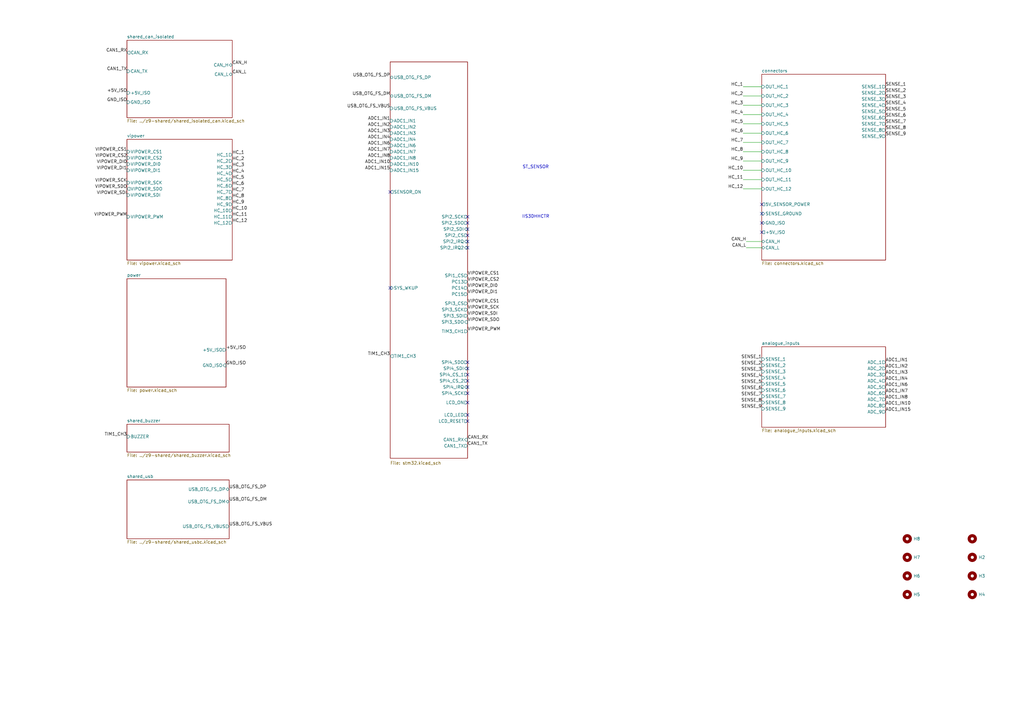
<source format=kicad_sch>
(kicad_sch (version 20250114) (generator "eeschema") (generator_version "9.0")
  (paper "A3")
  (title_block (title "l8") (date "2024-05-30") (company "DNT"))
  (lib_symbols
    (symbol "dnt_global:MountingHole_-_4MM" (pin_names (offset 1.016)) (exclude_from_sim yes) (in_bom no)
      (property "Reference" "H" (at 0 5.08 0))
      (property "Value" "MountingHole_-_4MM" (at 0 3.175 0))
      (symbol "MountingHole_-_4MM_0_1"
        (circle (center 0 0) (radius 1.27) (stroke (width 1.27)))
      )
    )
  )
  (text "ST_SENSOR" (at 219.71 68.58 0) (effects (font (size 1.27 1.27))))
  (text "IIS3DHHCTR" (at 219.71 88.9 0) (effects (font (size 1.27 1.27))))
  (no_connect (at 312.42 83.82))
  (no_connect (at 191.77 158.75))
  (no_connect (at 191.77 91.44))
  (no_connect (at 191.77 99.06))
  (no_connect (at 312.42 91.44))
  (no_connect (at 191.77 96.52))
  (no_connect (at 312.42 87.63))
  (no_connect (at 191.77 88.9))
  (no_connect (at 191.77 101.6))
  (no_connect (at 191.77 170.18))
  (no_connect (at 191.77 151.13))
  (no_connect (at 160.02 78.74))
  (no_connect (at 191.77 165.1))
  (no_connect (at 191.77 156.21))
  (no_connect (at 191.77 148.59))
  (no_connect (at 191.77 161.29))
  (no_connect (at 191.77 153.67))
  (no_connect (at 160.02 118.11))
  (no_connect (at 312.42 95.25))
  (no_connect (at 191.77 172.72))
  (no_connect (at 191.77 93.98))
  (wire (pts (xy 304.8 62.23) (xy 312.42 62.23)))
  (wire (pts (xy 304.8 43.18) (xy 312.42 43.18)))
  (wire (pts (xy 304.8 39.37) (xy 312.42 39.37)))
  (wire (pts (xy 304.8 35.56) (xy 312.42 35.56)))
  (wire (pts (xy 304.8 46.99) (xy 312.42 46.99)))
  (wire (pts (xy 304.8 66.04) (xy 312.42 66.04)))
  (wire (pts (xy 304.8 50.8) (xy 312.42 50.8)))
  (wire (pts (xy 304.8 73.66) (xy 312.42 73.66)))
  (wire (pts (xy 304.8 69.85) (xy 312.42 69.85)))
  (wire (pts (xy 306.07 101.6) (xy 312.42 101.6)))
  (wire (pts (xy 304.8 58.42) (xy 312.42 58.42)))
  (wire (pts (xy 304.8 77.47) (xy 312.42 77.47)))
  (wire (pts (xy 306.07 99.06) (xy 312.42 99.06)))
  (wire (pts (xy 304.8 54.61) (xy 312.42 54.61)))
  (label "CAN_L" (at 306.07 101.6 180))
  (label "USB_OTG_FS_VBUS" (at 93.98 215.9 0))
  (label "ADC1_IN3" (at 160.02 54.61 180))
  (label "HC_3" (at 95.25 68.58 0))
  (label "SENSE_1" (at 363.22 35.56 0))
  (label "SENSE_8" (at 312.42 165.1 180))
  (label "+5V_ISO" (at 92.71 143.51 0))
  (label "ADC1_IN2" (at 160.02 52.07 180))
  (label "HC_12" (at 95.25 91.44 0))
  (label "HC_5" (at 304.8 50.8 180))
  (label "HC_4" (at 304.8 46.99 180))
  (label "HC_6" (at 95.25 76.2 0))
  (label "HC_1" (at 95.25 63.5 0))
  (label "VIPOWER_PWM" (at 52.07 88.9 180))
  (label "HC_12" (at 304.8 77.47 180))
  (label "USB_OTG_FS_DP" (at 160.02 31.75 180))
  (label "VIPOWER_DI1" (at 52.07 69.85 180))
  (label "VIPOWER_SDO" (at 52.07 77.47 180))
  (label "VIPOWER_CS1" (at 191.77 113.03 0))
  (label "ADC1_IN8" (at 363.22 163.83 0))
  (label "ADC1_IN4" (at 363.22 156.21 0))
  (label "SENSE_7" (at 363.22 50.8 0))
  (label "VIPOWER_DI1" (at 191.77 120.65 0))
  (label "SENSE_6" (at 363.22 48.26 0))
  (label "CAN_H" (at 95.25 26.67 0))
  (label "HC_3" (at 304.8 43.18 180))
  (label "USB_OTG_FS_DP" (at 93.98 200.66 0))
  (label "VIPOWER_SDI" (at 52.07 80.01 180))
  (label "GND_ISO" (at 92.71 149.86 0))
  (label "ADC1_IN1" (at 160.02 49.53 180))
  (label "USB_OTG_FS_VBUS" (at 160.02 44.45 180))
  (label "ADC1_IN10" (at 160.02 67.31 180))
  (label "SENSE_2" (at 312.42 149.86 180))
  (label "VIPOWER_DI0" (at 191.77 118.11 0))
  (label "VIPOWER_SCK" (at 52.07 74.93 180))
  (label "SENSE_7" (at 312.42 162.56 180))
  (label "ADC1_IN7" (at 363.22 161.29 0))
  (label "SENSE_3" (at 312.42 152.4 180))
  (label "HC_9" (at 304.8 66.04 180))
  (label "ADC1_IN1" (at 363.22 148.59 0))
  (label "CAN1_TX" (at 52.07 29.21 180))
  (label "HC_7" (at 304.8 58.42 180))
  (label "ADC1_IN4" (at 160.02 57.15 180))
  (label "USB_OTG_FS_DM" (at 160.02 39.37 180))
  (label "TIM1_CH3" (at 160.02 146.05 180))
  (label "ADC1_IN15" (at 363.22 168.91 0))
  (label "CAN1_RX" (at 191.77 180.34 0))
  (label "USB_OTG_FS_DM" (at 93.98 205.74 0))
  (label "SENSE_5" (at 363.22 45.72 0))
  (label "HC_11" (at 95.25 88.9 0))
  (label "HC_8" (at 95.25 81.28 0))
  (label "HC_4" (at 95.25 71.12 0))
  (label "SENSE_9" (at 363.22 55.88 0))
  (label "HC_9" (at 95.25 83.82 0))
  (label "CAN1_TX" (at 191.77 182.88 0))
  (label "SENSE_6" (at 312.42 160.02 180))
  (label "HC_1" (at 304.8 35.56 180))
  (label "SENSE_5" (at 312.42 157.48 180))
  (label "SENSE_3" (at 363.22 40.64 0))
  (label "VIPOWER_SDO" (at 191.77 132.08 0))
  (label "+5V_ISO" (at 52.07 38.1 180))
  (label "VIPOWER_SCK" (at 191.77 127 0))
  (label "ADC1_IN15" (at 160.02 69.85 180))
  (label "SENSE_9" (at 312.42 167.64 180))
  (label "CAN1_RX" (at 52.07 21.59 180))
  (label "ADC1_IN6" (at 363.22 158.75 0))
  (label "VIPOWER_CS1" (at 191.77 124.46 0))
  (label "HC_2" (at 304.8 39.37 180))
  (label "VIPOWER_CS2" (at 52.07 64.77 180))
  (label "ADC1_IN2" (at 363.22 151.13 0))
  (label "HC_11" (at 304.8 73.66 180))
  (label "HC_6" (at 304.8 54.61 180))
  (label "SENSE_8" (at 363.22 53.34 0))
  (label "VIPOWER_DI0" (at 52.07 67.31 180))
  (label "VIPOWER_PWM" (at 191.77 135.89 0))
  (label "GND_ISO" (at 52.07 41.91 180))
  (label "HC_10" (at 304.8 69.85 180))
  (label "ADC1_IN8" (at 160.02 64.77 180))
  (label "ADC1_IN6" (at 160.02 59.69 180))
  (label "SENSE_1" (at 312.42 147.32 180))
  (label "HC_8" (at 304.8 62.23 180))
  (label "SENSE_4" (at 363.22 43.18 0))
  (label "HC_10" (at 95.25 86.36 0))
  (label "VIPOWER_CS1" (at 52.07 62.23 180))
  (label "ADC1_IN7" (at 160.02 62.23 180))
  (label "HC_2" (at 95.25 66.04 0))
  (label "VIPOWER_SDI" (at 191.77 129.54 0))
  (label "CAN_L" (at 95.25 30.48 0))
  (label "TIM1_CH3" (at 52.07 179.07 180))
  (label "ADC1_IN3" (at 363.22 153.67 0))
  (label "HC_7" (at 95.25 78.74 0))
  (label "SENSE_2" (at 363.22 38.1 0))
  (label "VIPOWER_CS2" (at 191.77 115.57 0))
  (label "SENSE_4" (at 312.42 154.94 180))
  (label "ADC1_IN10" (at 363.22 166.37 0))
  (label "CAN_H" (at 306.07 99.06 180))
  (label "HC_5" (at 95.25 73.66 0))
  (symbol (lib_id "dnt_global:MountingHole_-_4MM") (at 398.78 228.6 0) (unit 1) (exclude_from_sim yes) (in_bom no)
    (property "Reference" "H2" (at 401.32 228.5999 0) (effects (justify left)))
    (property "Value" "MountingHole_-_4MM" (effects (hide yes)))
    (property "Footprint" "MountingHole:MountingHole_4.3mm_M4_DIN965" (effects (hide yes)))
    (property "Description" "Mounting Hole without connection" (effects (hide yes)))
  )
  (symbol (lib_id "dnt_global:MountingHole_-_4MM") (at 372.11 236.22 0) (unit 1) (exclude_from_sim yes) (in_bom no)
    (property "Reference" "H6" (at 374.65 236.2199 0) (effects (justify left)))
    (property "Value" "MountingHole_-_4MM" (effects (hide yes)))
    (property "Footprint" "MountingHole:MountingHole_4.3mm_M4_DIN965" (effects (hide yes)))
    (property "Description" "Mounting Hole without connection" (effects (hide yes)))
  )
  (symbol (lib_id "dnt_global:MountingHole_-_4MM") (at 372.11 243.84 0) (unit 1) (exclude_from_sim yes) (in_bom no)
    (property "Reference" "H5" (at 374.65 243.8399 0) (effects (justify left)))
    (property "Value" "MountingHole_-_4MM" (effects (hide yes)))
    (property "Footprint" "MountingHole:MountingHole_4.3mm_M4_DIN965" (effects (hide yes)))
    (property "Description" "Mounting Hole without connection" (effects (hide yes)))
  )
  (symbol (lib_id "dnt_global:MountingHole_-_4MM") (at 398.78 236.22 0) (unit 1) (exclude_from_sim yes) (in_bom no)
    (property "Reference" "H3" (at 401.32 236.2199 0) (effects (justify left)))
    (property "Value" "MountingHole_-_4MM" (effects (hide yes)))
    (property "Footprint" "MountingHole:MountingHole_4.3mm_M4_DIN965" (effects (hide yes)))
    (property "Description" "Mounting Hole without connection" (effects (hide yes)))
  )
  (symbol (lib_id "dnt_global:MountingHole_-_4MM") (at 398.78 220.98 0) (unit 1) (exclude_from_sim yes) (in_bom no)
    (property "Reference" "H1" (effects (hide yes)))
    (property "Value" "MountingHole_-_4MM" (effects (hide yes)))
    (property "Footprint" "MountingHole:MountingHole_4.3mm_M4_DIN965" (effects (hide yes)))
    (property "Description" "Mounting Hole without connection" (effects (hide yes)))
  )
  (symbol (lib_id "dnt_global:MountingHole_-_4MM") (at 398.78 243.84 0) (unit 1) (exclude_from_sim yes) (in_bom no)
    (property "Reference" "H4" (at 401.32 243.8399 0) (effects (justify left)))
    (property "Value" "MountingHole_-_4MM" (effects (hide yes)))
    (property "Footprint" "MountingHole:MountingHole_4.3mm_M4_DIN965" (effects (hide yes)))
    (property "Description" "Mounting Hole without connection" (effects (hide yes)))
  )
  (symbol (lib_id "dnt_global:MountingHole_-_4MM") (at 372.11 220.98 0) (unit 1) (exclude_from_sim yes) (in_bom no)
    (property "Reference" "H8" (at 374.65 220.9799 0) (effects (justify left)))
    (property "Value" "MountingHole_-_4MM" (effects (hide yes)))
    (property "Footprint" "MountingHole:MountingHole_4.3mm_M4_DIN965" (effects (hide yes)))
    (property "Description" "Mounting Hole without connection" (effects (hide yes)))
  )
  (symbol (lib_id "dnt_global:MountingHole_-_4MM") (at 372.11 228.6 0) (unit 1) (exclude_from_sim yes) (in_bom no)
    (property "Reference" "H7" (at 374.65 228.5999 0) (effects (justify left)))
    (property "Value" "MountingHole_-_4MM" (effects (hide yes)))
    (property "Footprint" "MountingHole:MountingHole_4.3mm_M4_DIN965" (effects (hide yes)))
    (property "Description" "Mounting Hole without connection" (effects (hide yes)))
  )
  (sheet (at 160.02 25.4) (size 31.75 162.56)
    (property "Sheetname" "MCU" (effects (hide yes)))
    (property "Sheetfile" "stm32.kicad_sch" (at 160.02 189.1796 0) (effects (justify left top)))
    (pin "SPI2_SDO" output (at 191.77 91.44 0))
    (pin "SPI2_SDI" input (at 191.77 93.98 0))
    (pin "SPI2_SCK" output (at 191.77 88.9 0))
    (pin "SPI2_CS" output (at 191.77 96.52 0))
    (pin "LCD_ON" output (at 191.77 165.1 0))
    (pin "CAN1_RX" input (at 191.77 180.34 0))
    (pin "CAN1_TX" output (at 191.77 182.88 0))
    (pin "LCD_LED" output (at 191.77 170.18 0))
    (pin "LCD_RESET" output (at 191.77 172.72 0))
    (pin "SPI2_IRQ2" input (at 191.77 101.6 0))
    (pin "SPI2_IRQ" input (at 191.77 99.06 0))
    (pin "USB_OTG_FS_DP" bidirectional (at 160.02 31.75 180))
    (pin "USB_OTG_FS_DM" bidirectional (at 160.02 39.37 180))
    (pin "USB_OTG_FS_VBUS" input (at 160.02 44.45 180))
    (pin "SPI4_CS_1" output (at 191.77 153.67 0))
    (pin "SPI4_CS_2" output (at 191.77 156.21 0))
    (pin "SPI4_IRQ" input (at 191.77 158.75 0))
    (pin "SPI3_CS" output (at 191.77 124.46 0))
    (pin "SPI3_SCK" output (at 191.77 127 0))
    (pin "SPI3_SDI" output (at 191.77 129.54 0))
    (pin "SPI3_SDO" input (at 191.77 132.08 0))
    (pin "ADC1_IN1" input (at 160.02 49.53 180))
    (pin "ADC1_IN4" input (at 160.02 57.15 180))
    (pin "ADC1_IN10" input (at 160.02 67.31 180))
    (pin "ADC1_IN2" input (at 160.02 52.07 180))
    (pin "ADC1_IN3" input (at 160.02 54.61 180))
    (pin "SYS_WKUP" input (at 160.02 118.11 180))
    (pin "ADC1_IN6" input (at 160.02 59.69 180))
    (pin "ADC1_IN7" input (at 160.02 62.23 180))
    (pin "ADC1_IN8" input (at 160.02 64.77 180))
    (pin "ADC1_IN15" input (at 160.02 69.85 180))
    (pin "SENSOR_ON" output (at 160.02 78.74 180))
    (pin "PC13" output (at 191.77 115.57 0))
    (pin "TIM3_CH1" output (at 191.77 135.89 0))
    (pin "PC14" output (at 191.77 118.11 0))
    (pin "PC15" output (at 191.77 120.65 0))
    (pin "SPI1_CS" output (at 191.77 113.03 0))
    (pin "SPI4_SCK" output (at 191.77 161.29 0))
    (pin "SPI4_SDI" input (at 191.77 151.13 0))
    (pin "SPI4_SDO" output (at 191.77 148.59 0))
    (pin "TIM1_CH3" output (at 160.02 146.05 180))
  )
  (sheet (at 52.07 16.51) (size 43.18 31.75) (stroke (width 0.1524))
    (property "Sheetname" "shared_can_isolated" (at 52.07 15.7984 0) (effects (justify left bottom)))
    (property "Sheetfile" "../z9-shared/shared_isolated_can.kicad_sch" (at 52.07 48.8446 0) (effects (justify left top)))
    (pin "+5V_ISO" input (at 52.07 38.1 180))
    (pin "CAN_H" bidirectional (at 95.25 26.67 0))
    (pin "CAN_L" bidirectional (at 95.25 30.48 0))
    (pin "CAN_RX" output (at 52.07 21.59 180))
    (pin "CAN_TX" input (at 52.07 29.21 180))
    (pin "GND_ISO" input (at 52.07 41.91 180))
  )
  (sheet (at 312.42 142.24) (size 50.8 33.02) (stroke (width 0.1524))
    (property "Sheetname" "analogue_inputs" (at 312.42 141.5284 0) (effects (justify left bottom)))
    (property "Sheetfile" "analogue_inputs.kicad_sch" (at 312.42 175.8446 0) (effects (justify left top)))
    (pin "ADC_1" output (at 363.22 148.59 0))
    (pin "ADC_2" output (at 363.22 151.13 0))
    (pin "ADC_3" output (at 363.22 153.67 0))
    (pin "ADC_4" output (at 363.22 156.21 0))
    (pin "ADC_5" output (at 363.22 158.75 0))
    (pin "ADC_6" output (at 363.22 161.29 0))
    (pin "ADC_7" output (at 363.22 163.83 0))
    (pin "ADC_8" output (at 363.22 166.37 0))
    (pin "ADC_9" output (at 363.22 168.91 0))
    (pin "SENSE_1" input (at 312.42 147.32 180))
    (pin "SENSE_2" input (at 312.42 149.86 180))
    (pin "SENSE_3" input (at 312.42 152.4 180))
    (pin "SENSE_4" input (at 312.42 154.94 180))
    (pin "SENSE_5" input (at 312.42 157.48 180))
    (pin "SENSE_6" input (at 312.42 160.02 180))
    (pin "SENSE_7" input (at 312.42 162.56 180))
    (pin "SENSE_8" input (at 312.42 165.1 180))
    (pin "SENSE_9" input (at 312.42 167.64 180))
  )
  (sheet (at 312.42 30.48) (size 50.8 76.2) (stroke (width 0.1524))
    (property "Sheetname" "connectors" (at 312.42 29.7684 0) (effects (justify left bottom)))
    (property "Sheetfile" "connectors.kicad_sch" (at 312.42 107.2646 0) (effects (justify left top)))
    (pin "5V_SENSOR_POWER" output (at 312.42 83.82 180))
    (pin "CAN_H" bidirectional (at 312.42 99.06 180))
    (pin "CAN_L" bidirectional (at 312.42 101.6 180))
    (pin "SENSE_GROUND" input (at 312.42 87.63 180))
    (pin "+5V_ISO" output (at 312.42 95.25 180))
    (pin "GND_ISO" bidirectional (at 312.42 91.44 180))
    (pin "SENSE_1" output (at 363.22 35.56 0))
    (pin "SENSE_2" output (at 363.22 38.1 0))
    (pin "SENSE_3" output (at 363.22 40.64 0))
    (pin "SENSE_4" output (at 363.22 43.18 0))
    (pin "SENSE_5" output (at 363.22 45.72 0))
    (pin "SENSE_6" output (at 363.22 48.26 0))
    (pin "SENSE_7" output (at 363.22 50.8 0))
    (pin "SENSE_8" output (at 363.22 53.34 0))
    (pin "SENSE_9" output (at 363.22 55.88 0))
    (pin "OUT_HC_1" input (at 312.42 35.56 180))
    (pin "OUT_HC_2" input (at 312.42 39.37 180))
    (pin "OUT_HC_3" input (at 312.42 43.18 180))
    (pin "OUT_HC_4" input (at 312.42 46.99 180))
    (pin "OUT_HC_5" input (at 312.42 50.8 180))
    (pin "OUT_HC_6" input (at 312.42 54.61 180))
    (pin "OUT_HC_7" input (at 312.42 58.42 180))
    (pin "OUT_HC_8" input (at 312.42 62.23 180))
    (pin "OUT_HC_9" input (at 312.42 66.04 180))
    (pin "OUT_HC_10" input (at 312.42 69.85 180))
    (pin "OUT_HC_11" input (at 312.42 73.66 180))
    (pin "OUT_HC_12" input (at 312.42 77.47 180))
  )
  (sheet (at 52.07 196.85) (size 41.91 24.13) (stroke (width 0.1524))
    (property "Sheetname" "shared_usb" (at 52.07 196.1384 0) (effects (justify left bottom)))
    (property "Sheetfile" "../z9-shared/shared_usbc.kicad_sch" (at 52.07 221.5646 0) (effects (justify left top)))
    (pin "USB_OTG_FS_DP" bidirectional (at 93.98 200.66 0))
    (pin "USB_OTG_FS_DM" bidirectional (at 93.98 205.74 0))
    (pin "USB_OTG_FS_VBUS" output (at 93.98 215.9 0))
  )
  (sheet (at 52.07 173.99) (size 41.91 11.43) (stroke (width 0.1524))
    (property "Sheetname" "shared_buzzer" (at 52.07 173.2784 0) (effects (justify left bottom)))
    (property "Sheetfile" "../z9-shared/shared_buzzer.kicad_sch" (at 52.07 186.0046 0) (effects (justify left top)))
    (pin "BUZZER" input (at 52.07 179.07 180))
  )
  (sheet (at 52.07 114.3) (size 40.64 44.45) (stroke (width 0.1524))
    (property "Sheetname" "power" (at 52.07 113.5884 0) (effects (justify left bottom)))
    (property "Sheetfile" "power.kicad_sch" (at 52.07 159.3346 0) (effects (justify left top)))
    (pin "GND_ISO" input (at 92.71 149.86 0))
    (pin "+5V_ISO" output (at 92.71 143.51 0))
  )
  (sheet (at 52.07 57.15) (size 43.18 49.53) (stroke (width 0.1524))
    (property "Sheetname" "vipower" (at 52.07 56.4384 0) (effects (justify left bottom)))
    (property "Sheetfile" "vipower.kicad_sch" (at 52.07 107.2646 0) (effects (justify left top)))
    (pin "VIPOWER_CS1" input (at 52.07 62.23 180))
    (pin "VIPOWER_CS2" input (at 52.07 64.77 180))
    (pin "VIPOWER_DI0" input (at 52.07 67.31 180))
    (pin "VIPOWER_DI1" input (at 52.07 69.85 180))
    (pin "VIPOWER_PWM" input (at 52.07 88.9 180))
    (pin "VIPOWER_SCK" input (at 52.07 74.93 180))
    (pin "VIPOWER_SDI" input (at 52.07 80.01 180))
    (pin "HC_1" output (at 95.25 63.5 0))
    (pin "HC_2" output (at 95.25 66.04 0))
    (pin "HC_3" output (at 95.25 68.58 0))
    (pin "HC_4" output (at 95.25 71.12 0))
    (pin "HC_5" output (at 95.25 73.66 0))
    (pin "HC_6" output (at 95.25 76.2 0))
    (pin "HC_8" output (at 95.25 81.28 0))
    (pin "HC_9" output (at 95.25 83.82 0))
    (pin "HC_10" output (at 95.25 86.36 0))
    (pin "HC_11" output (at 95.25 88.9 0))
    (pin "HC_12" output (at 95.25 91.44 0))
    (pin "VIPOWER_SDO" output (at 52.07 77.47 180))
    (pin "HC_7" output (at 95.25 78.74 0))
  )
)
</source>
